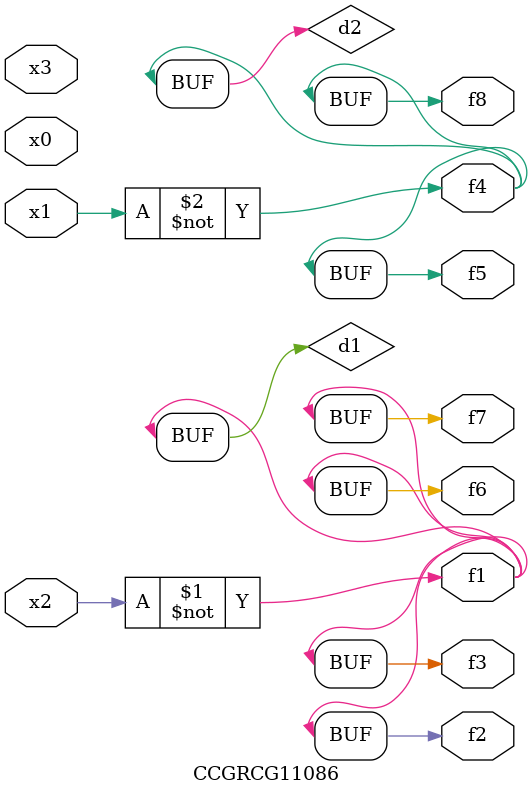
<source format=v>
module CCGRCG11086(
	input x0, x1, x2, x3,
	output f1, f2, f3, f4, f5, f6, f7, f8
);

	wire d1, d2;

	xnor (d1, x2);
	not (d2, x1);
	assign f1 = d1;
	assign f2 = d1;
	assign f3 = d1;
	assign f4 = d2;
	assign f5 = d2;
	assign f6 = d1;
	assign f7 = d1;
	assign f8 = d2;
endmodule

</source>
